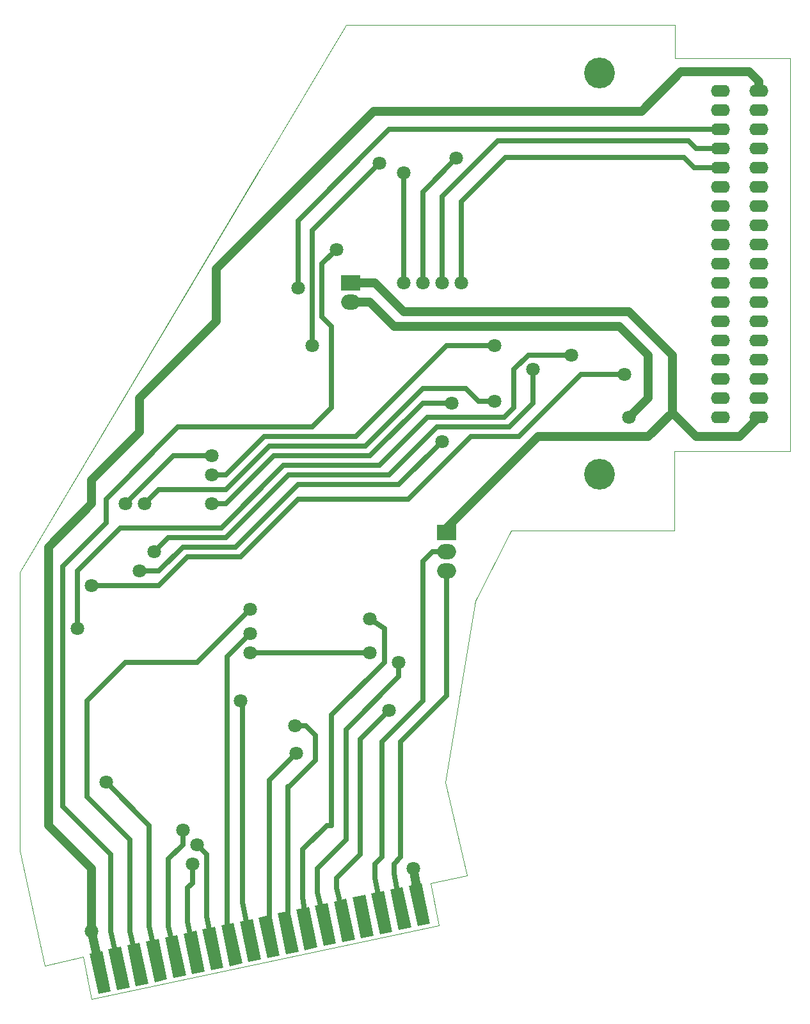
<source format=gtl>
G04 (created by PCBNEW (2013-07-07 BZR 4022)-stable) date 27/12/2022 09:16:34*
%MOIN*%
G04 Gerber Fmt 3.4, Leading zero omitted, Abs format*
%FSLAX34Y34*%
G01*
G70*
G90*
G04 APERTURE LIST*
%ADD10C,0.00590551*%
%ADD11C,0.00393701*%
%ADD12O,0.1X0.0629921*%
%ADD13R,0.0984252X0.0787402*%
%ADD14O,0.0984252X0.0787402*%
%ADD15C,0.16*%
%ADD16C,0.0708661*%
%ADD17C,0.0275591*%
%ADD18C,0.0472441*%
G04 APERTURE END LIST*
G54D10*
G54D11*
X-34150Y-43000D02*
X-34150Y-28500D01*
X-34150Y-43000D02*
X-32850Y-49000D01*
X-10400Y-30000D02*
X-11975Y-39475D01*
X-11975Y-39450D02*
X-10850Y-44300D01*
X-11500Y0D02*
X-17150Y0D01*
X-2950Y-26350D02*
X-8550Y-26350D01*
X6000Y-1750D02*
X0Y-1750D01*
X6000Y-1750D02*
X6000Y-22200D01*
X0Y0D02*
X-12000Y0D01*
X0Y-1750D02*
X0Y0D01*
X-8550Y-26350D02*
X-10400Y-30000D01*
X-50Y-26350D02*
X-3450Y-26350D01*
X-50Y-22200D02*
X-50Y-26350D01*
X5950Y-22200D02*
X-50Y-22200D01*
X-12750Y-44700D02*
X-10850Y-44300D01*
X-12300Y-46900D02*
X-12750Y-44700D01*
X-30400Y-50750D02*
X-12300Y-46900D01*
X-30850Y-48550D02*
X-30400Y-50750D01*
X-32850Y-49000D02*
X-30850Y-48550D01*
X-34150Y-28500D02*
X-17150Y0D01*
X-21650Y-7500D02*
X-34150Y-28500D01*
G54D10*
G36*
X-29075Y-50274D02*
X-29525Y-48156D01*
X-28870Y-48017D01*
X-28420Y-50135D01*
X-29075Y-50274D01*
X-29075Y-50274D01*
G37*
G36*
X-28096Y-50066D02*
X-28547Y-47948D01*
X-27892Y-47809D01*
X-27442Y-49927D01*
X-28096Y-50066D01*
X-28096Y-50066D01*
G37*
G36*
X-27118Y-49858D02*
X-27569Y-47740D01*
X-26914Y-47601D01*
X-26464Y-49719D01*
X-27118Y-49858D01*
X-27118Y-49858D01*
G37*
G36*
X-26140Y-49651D02*
X-26590Y-47533D01*
X-25936Y-47393D01*
X-25486Y-49511D01*
X-26140Y-49651D01*
X-26140Y-49651D01*
G37*
G36*
X-25162Y-49443D02*
X-25612Y-47325D01*
X-24958Y-47185D01*
X-24507Y-49303D01*
X-25162Y-49443D01*
X-25162Y-49443D01*
G37*
G36*
X-24184Y-49235D02*
X-24634Y-47117D01*
X-23979Y-46978D01*
X-23529Y-49096D01*
X-24184Y-49235D01*
X-24184Y-49235D01*
G37*
G36*
X-23206Y-49027D02*
X-23656Y-46909D01*
X-23001Y-46770D01*
X-22551Y-48888D01*
X-23206Y-49027D01*
X-23206Y-49027D01*
G37*
G36*
X-22228Y-48819D02*
X-22678Y-46701D01*
X-22023Y-46562D01*
X-21573Y-48680D01*
X-22228Y-48819D01*
X-22228Y-48819D01*
G37*
G36*
X-21249Y-48611D02*
X-21700Y-46493D01*
X-21045Y-46354D01*
X-20595Y-48472D01*
X-21249Y-48611D01*
X-21249Y-48611D01*
G37*
G36*
X-20271Y-48403D02*
X-20721Y-46285D01*
X-20067Y-46146D01*
X-19617Y-48264D01*
X-20271Y-48403D01*
X-20271Y-48403D01*
G37*
G36*
X-19293Y-48195D02*
X-19743Y-46077D01*
X-19089Y-45938D01*
X-18638Y-48056D01*
X-19293Y-48195D01*
X-19293Y-48195D01*
G37*
G36*
X-18315Y-47987D02*
X-18765Y-45869D01*
X-18111Y-45730D01*
X-17660Y-47848D01*
X-18315Y-47987D01*
X-18315Y-47987D01*
G37*
G36*
X-17337Y-47779D02*
X-17787Y-45661D01*
X-17132Y-45522D01*
X-16682Y-47640D01*
X-17337Y-47779D01*
X-17337Y-47779D01*
G37*
G36*
X-16359Y-47571D02*
X-16809Y-45453D01*
X-16154Y-45314D01*
X-15704Y-47432D01*
X-16359Y-47571D01*
X-16359Y-47571D01*
G37*
G36*
X-15381Y-47364D02*
X-15831Y-45245D01*
X-15176Y-45106D01*
X-14726Y-47224D01*
X-15381Y-47364D01*
X-15381Y-47364D01*
G37*
G36*
X-14402Y-47156D02*
X-14853Y-45038D01*
X-14198Y-44898D01*
X-13748Y-47016D01*
X-14402Y-47156D01*
X-14402Y-47156D01*
G37*
G36*
X-13424Y-46948D02*
X-13874Y-44830D01*
X-13220Y-44691D01*
X-12770Y-46809D01*
X-13424Y-46948D01*
X-13424Y-46948D01*
G37*
G36*
X-30053Y-50482D02*
X-30503Y-48364D01*
X-29848Y-48225D01*
X-29398Y-50343D01*
X-30053Y-50482D01*
X-30053Y-50482D01*
G37*
G54D12*
X4350Y-3450D03*
X2350Y-3450D03*
X4350Y-4450D03*
X2350Y-4450D03*
X4350Y-5450D03*
X2350Y-5450D03*
X4350Y-6450D03*
X2350Y-6450D03*
X4350Y-7450D03*
X2350Y-7450D03*
X4350Y-8450D03*
X2350Y-8450D03*
X4350Y-9450D03*
X2350Y-9450D03*
X4350Y-10450D03*
X2350Y-10450D03*
X4350Y-11450D03*
X2350Y-11450D03*
X4350Y-12450D03*
X2350Y-12450D03*
X4350Y-13450D03*
X2350Y-13450D03*
X4350Y-14450D03*
X4350Y-15450D03*
X2350Y-14450D03*
X2350Y-15450D03*
X4350Y-16450D03*
X2350Y-16450D03*
X4350Y-17450D03*
X2350Y-17450D03*
X4350Y-18450D03*
X2350Y-18450D03*
X4350Y-19450D03*
X2350Y-19450D03*
X4350Y-20450D03*
X2350Y-20450D03*
G54D13*
X-11900Y-26450D03*
G54D14*
X-11900Y-27450D03*
X-11900Y-28450D03*
G54D13*
X-16900Y-13450D03*
G54D14*
X-16900Y-14450D03*
G54D15*
X-3950Y-23400D03*
X-3950Y-2500D03*
G54D16*
X-14900Y-35700D03*
X-14400Y-33200D03*
X-22150Y-31700D03*
X-22650Y-35200D03*
X-14150Y-13450D03*
X-14150Y-7700D03*
X-19750Y-37950D03*
X-15900Y-30950D03*
X-19800Y-36500D03*
X-17650Y-11700D03*
X-22150Y-30450D03*
X-28650Y-24950D03*
X-29650Y-39450D03*
X-24150Y-22450D03*
X-25650Y-41950D03*
X-25150Y-43700D03*
X-24900Y-42700D03*
X-5400Y-17200D03*
X-31150Y-31450D03*
X-30400Y-29200D03*
X-2650Y-18200D03*
X-9400Y-19600D03*
X-27650Y-24950D03*
X-12150Y-21700D03*
X-27900Y-28450D03*
X-27150Y-27450D03*
X-7400Y-17950D03*
X-11650Y-19700D03*
X-24150Y-24950D03*
X-9400Y-16700D03*
X-24150Y-23450D03*
X-15900Y-32700D03*
X-22150Y-32700D03*
X-11150Y-13450D03*
X-12150Y-13450D03*
X-13150Y-13450D03*
X-11400Y-6950D03*
X-18900Y-16700D03*
X-15400Y-7200D03*
X-19650Y-13700D03*
X-2400Y-20450D03*
X-13650Y-43950D03*
X-30400Y-47200D03*
G54D17*
X-17650Y-44950D02*
X-17235Y-46651D01*
X-16400Y-37200D02*
X-16400Y-43200D01*
X-17650Y-44450D02*
X-17650Y-44950D01*
X-16400Y-43200D02*
X-17650Y-44450D01*
X-14900Y-35700D02*
X-16400Y-37200D01*
X-18650Y-45200D02*
X-18213Y-46859D01*
X-17150Y-36700D02*
X-17150Y-42450D01*
X-17150Y-42450D02*
X-18650Y-43950D01*
X-18650Y-43950D02*
X-18650Y-45200D01*
X-14400Y-33950D02*
X-14400Y-33200D01*
X-17150Y-36700D02*
X-14400Y-33950D01*
X-23350Y-32900D02*
X-22150Y-31700D01*
X-23350Y-47652D02*
X-23103Y-47898D01*
X-23350Y-32900D02*
X-23350Y-47652D01*
X-22550Y-45700D02*
X-22125Y-47690D01*
X-22550Y-45700D02*
X-22550Y-35300D01*
X-22550Y-35300D02*
X-22650Y-35200D01*
X-14150Y-7700D02*
X-14150Y-13450D01*
X-21147Y-39347D02*
X-19750Y-37950D01*
X-21147Y-47482D02*
X-21147Y-39347D01*
X-17900Y-41700D02*
X-18150Y-41700D01*
X-19400Y-42950D02*
X-19400Y-45450D01*
X-18150Y-41700D02*
X-19400Y-42950D01*
X-19191Y-47067D02*
X-19400Y-45450D01*
X-17900Y-41700D02*
X-17900Y-35950D01*
X-17900Y-35950D02*
X-15150Y-33200D01*
X-15900Y-30950D02*
X-15150Y-31450D01*
X-15150Y-31450D02*
X-15150Y-33200D01*
X-20169Y-39669D02*
X-20119Y-39669D01*
X-20169Y-47274D02*
X-20169Y-39669D01*
X-20119Y-39669D02*
X-18750Y-38300D01*
X-18750Y-38300D02*
X-18750Y-37000D01*
X-18750Y-37000D02*
X-19250Y-36500D01*
X-19250Y-36500D02*
X-19800Y-36500D01*
X-17650Y-11700D02*
X-18400Y-12450D01*
X-18400Y-12450D02*
X-18400Y-15200D01*
X-18400Y-15200D02*
X-17900Y-15700D01*
X-29650Y-24700D02*
X-29650Y-25950D01*
X-29650Y-25950D02*
X-31900Y-28200D01*
X-31900Y-28200D02*
X-31900Y-40700D01*
X-31900Y-40700D02*
X-29400Y-43200D01*
X-29650Y-24700D02*
X-25900Y-20950D01*
X-17900Y-19950D02*
X-18900Y-20950D01*
X-18900Y-20950D02*
X-25900Y-20950D01*
X-17900Y-15700D02*
X-17900Y-19950D01*
X-29400Y-43200D02*
X-29400Y-47200D01*
X-29400Y-47200D02*
X-28972Y-49146D01*
X-28400Y-47200D02*
X-27994Y-48938D01*
X-28400Y-42450D02*
X-28400Y-47200D01*
X-28650Y-33200D02*
X-24900Y-33200D01*
X-28650Y-33200D02*
X-30650Y-35200D01*
X-30650Y-35200D02*
X-30650Y-40200D01*
X-30650Y-40200D02*
X-28400Y-42450D01*
X-24900Y-33200D02*
X-22150Y-30450D01*
X-27400Y-41700D02*
X-27400Y-46950D01*
X-27400Y-46950D02*
X-27016Y-48730D01*
X-27400Y-41700D02*
X-29650Y-39450D01*
X-24150Y-22450D02*
X-26150Y-22450D01*
X-26150Y-22450D02*
X-28650Y-24950D01*
X-26400Y-46950D02*
X-26038Y-48522D01*
X-26400Y-43450D02*
X-26400Y-46950D01*
X-25650Y-41950D02*
X-25650Y-42700D01*
X-25650Y-42700D02*
X-26400Y-43450D01*
X-25400Y-46700D02*
X-25060Y-48314D01*
X-25150Y-43700D02*
X-25150Y-44700D01*
X-25400Y-44950D02*
X-25400Y-46700D01*
X-25150Y-44700D02*
X-25400Y-44950D01*
X-24400Y-46450D02*
X-24082Y-48106D01*
X-24400Y-43200D02*
X-24400Y-46450D01*
X-24400Y-43200D02*
X-24900Y-42700D01*
X-8900Y-20450D02*
X-8400Y-19950D01*
X-8400Y-19950D02*
X-8400Y-17950D01*
X-8900Y-20450D02*
X-12900Y-20450D01*
X-12900Y-20450D02*
X-15400Y-22950D01*
X-5400Y-17200D02*
X-7650Y-17200D01*
X-8400Y-17950D02*
X-7650Y-17200D01*
X-20400Y-22950D02*
X-23650Y-26200D01*
X-15400Y-22950D02*
X-20400Y-22950D01*
X-31150Y-31450D02*
X-31150Y-28450D01*
X-28900Y-26200D02*
X-23650Y-26200D01*
X-31150Y-28450D02*
X-28900Y-26200D01*
X-8150Y-21450D02*
X-10650Y-21450D01*
X-13900Y-24700D02*
X-19650Y-24700D01*
X-10650Y-21450D02*
X-13900Y-24700D01*
X-8150Y-21450D02*
X-4900Y-18200D01*
X-4900Y-18200D02*
X-2650Y-18200D01*
X-25400Y-27700D02*
X-22650Y-27700D01*
X-22650Y-27700D02*
X-19650Y-24700D01*
X-26900Y-29200D02*
X-30400Y-29200D01*
X-25400Y-27700D02*
X-26900Y-29200D01*
X-13150Y-18950D02*
X-10900Y-18950D01*
X-10250Y-19600D02*
X-9400Y-19600D01*
X-10900Y-18950D02*
X-10250Y-19600D01*
X-16150Y-21950D02*
X-13150Y-18950D01*
X-21150Y-21950D02*
X-23400Y-24200D01*
X-16150Y-21950D02*
X-21150Y-21950D01*
X-26900Y-24200D02*
X-23400Y-24200D01*
X-26900Y-24200D02*
X-27650Y-24950D01*
X-19650Y-23950D02*
X-22900Y-27200D01*
X-14400Y-23950D02*
X-19650Y-23950D01*
X-12150Y-21700D02*
X-14400Y-23950D01*
X-25650Y-27200D02*
X-22900Y-27200D01*
X-25650Y-27200D02*
X-26900Y-28450D01*
X-26900Y-28450D02*
X-27900Y-28450D01*
X-12400Y-20950D02*
X-8650Y-20950D01*
X-8650Y-20950D02*
X-7400Y-19700D01*
X-7400Y-19700D02*
X-7400Y-17950D01*
X-12400Y-20950D02*
X-14900Y-23450D01*
X-27150Y-27450D02*
X-26400Y-26700D01*
X-23400Y-26700D02*
X-20150Y-23450D01*
X-20150Y-23450D02*
X-14900Y-23450D01*
X-26400Y-26700D02*
X-23400Y-26700D01*
X-11650Y-19700D02*
X-13150Y-19700D01*
X-13150Y-19700D02*
X-15900Y-22450D01*
X-20900Y-22450D02*
X-15900Y-22450D01*
X-23400Y-24950D02*
X-20900Y-22450D01*
X-24150Y-24950D02*
X-23400Y-24950D01*
X-16650Y-21450D02*
X-11900Y-16700D01*
X-11900Y-16700D02*
X-9400Y-16700D01*
X-23400Y-23450D02*
X-24150Y-23450D01*
X-21400Y-21450D02*
X-23400Y-23450D01*
X-16650Y-21450D02*
X-21400Y-21450D01*
X-22150Y-32700D02*
X-15900Y-32700D01*
X-8850Y-6900D02*
X-11150Y-9200D01*
X-8850Y-6900D02*
X450Y-6900D01*
X-11150Y-13450D02*
X-11150Y-9200D01*
X1000Y-7450D02*
X2350Y-7450D01*
X450Y-6900D02*
X1000Y-7450D01*
X700Y-6050D02*
X-9250Y-6050D01*
X-9250Y-6050D02*
X-12150Y-8950D01*
X-12150Y-13450D02*
X-12150Y-8950D01*
X2350Y-6450D02*
X1100Y-6450D01*
X1100Y-6450D02*
X700Y-6050D01*
X-13150Y-13450D02*
X-13150Y-8700D01*
X-13150Y-8700D02*
X-11400Y-6950D01*
X-18900Y-16700D02*
X-18900Y-10700D01*
X-18900Y-10700D02*
X-15400Y-7200D01*
X2350Y-5450D02*
X-14900Y-5450D01*
X-14900Y-5450D02*
X-19650Y-10200D01*
X-19650Y-13700D02*
X-19650Y-10200D01*
X-14650Y-43700D02*
X-14650Y-44200D01*
X-14650Y-44200D02*
X-14300Y-46027D01*
X-14300Y-37350D02*
X-14300Y-43350D01*
X-14300Y-43350D02*
X-14650Y-43700D01*
X-11900Y-28450D02*
X-11900Y-34950D01*
X-11900Y-34950D02*
X-14300Y-37350D01*
G54D18*
X-2400Y-20450D02*
X-1400Y-19450D01*
X-1400Y-19450D02*
X-1400Y-17200D01*
X-1400Y-17200D02*
X-2900Y-15700D01*
X-2900Y-15700D02*
X-14650Y-15700D01*
X-14650Y-15700D02*
X-15900Y-14450D01*
X-15900Y-14450D02*
X-16900Y-14450D01*
G54D17*
X-15650Y-44450D02*
X-15278Y-46235D01*
X-15278Y-37328D02*
X-15278Y-43328D01*
X-15650Y-43700D02*
X-15650Y-44450D01*
X-15278Y-43328D02*
X-15650Y-43700D01*
X-12650Y-27450D02*
X-11900Y-27450D01*
X-13150Y-27950D02*
X-12650Y-27450D01*
X-13150Y-35200D02*
X-13150Y-27950D01*
X-15278Y-37328D02*
X-13150Y-35200D01*
G54D18*
X3350Y-21450D02*
X1100Y-21450D01*
X1100Y-21450D02*
X-150Y-20200D01*
X-13322Y-45819D02*
X-13650Y-43950D01*
X-11900Y-26450D02*
X-11900Y-26200D01*
X-11900Y-26200D02*
X-7150Y-21450D01*
X-7150Y-21450D02*
X-1400Y-21450D01*
X-1400Y-21450D02*
X-150Y-20200D01*
X-16900Y-13450D02*
X-15650Y-13450D01*
X-15650Y-13450D02*
X-14150Y-14950D01*
X-14150Y-14950D02*
X-2400Y-14950D01*
X-2400Y-14950D02*
X-150Y-17200D01*
X-150Y-17200D02*
X-150Y-20200D01*
X3350Y-21450D02*
X4350Y-20450D01*
X850Y-2450D02*
X300Y-2450D01*
X-15700Y-4500D02*
X-19050Y-7850D01*
X-1750Y-4500D02*
X-15700Y-4500D01*
X300Y-2450D02*
X-1750Y-4500D01*
X850Y-2450D02*
X3850Y-2450D01*
X-19050Y-7850D02*
X-23900Y-12700D01*
X3850Y-2450D02*
X4350Y-2950D01*
X4350Y-2950D02*
X4350Y-3450D01*
X-27900Y-21200D02*
X-27900Y-19450D01*
X-27900Y-19450D02*
X-23900Y-15450D01*
X-23900Y-15450D02*
X-23900Y-12700D01*
X-32650Y-27200D02*
X-30400Y-24950D01*
X-32650Y-41700D02*
X-32650Y-27200D01*
X-30400Y-43950D02*
X-32650Y-41700D01*
X-30400Y-47200D02*
X-30400Y-43950D01*
X-30400Y-23700D02*
X-30400Y-24950D01*
X-27900Y-21200D02*
X-30400Y-23700D01*
X-30400Y-47200D02*
X-29951Y-49354D01*
M02*

</source>
